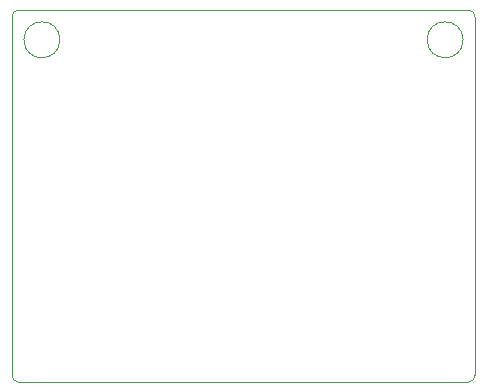
<source format=gm1>
%TF.GenerationSoftware,KiCad,Pcbnew,(5.1.9)-1*%
%TF.CreationDate,2021-04-22T14:42:40+05:30*%
%TF.ProjectId,arduinoclone,61726475-696e-46f6-936c-6f6e652e6b69,v1*%
%TF.SameCoordinates,Original*%
%TF.FileFunction,Profile,NP*%
%FSLAX46Y46*%
G04 Gerber Fmt 4.6, Leading zero omitted, Abs format (unit mm)*
G04 Created by KiCad (PCBNEW (5.1.9)-1) date 2021-04-22 14:42:40*
%MOMM*%
%LPD*%
G01*
G04 APERTURE LIST*
%TA.AperFunction,Profile*%
%ADD10C,0.050000*%
%TD*%
G04 APERTURE END LIST*
D10*
X158089600Y-79146400D02*
G75*
G03*
X158089600Y-79146400I-1524000J0D01*
G01*
X123952000Y-79146400D02*
G75*
G03*
X123952000Y-79146400I-1524000J0D01*
G01*
X158496000Y-76606400D02*
X120497600Y-76606400D01*
X159105600Y-107543600D02*
X159105600Y-77216000D01*
X159105600Y-107543600D02*
G75*
G02*
X158496000Y-108153200I-609600J0D01*
G01*
X158496000Y-76606400D02*
G75*
G02*
X159105600Y-77216000I0J-609600D01*
G01*
X119888000Y-77216000D02*
G75*
G02*
X120497600Y-76606400I609600J0D01*
G01*
X120497600Y-108153200D02*
G75*
G02*
X119888000Y-107543600I0J609600D01*
G01*
X119888000Y-107543600D02*
X119888000Y-77216000D01*
X120497600Y-108153200D02*
X158496000Y-108153200D01*
M02*

</source>
